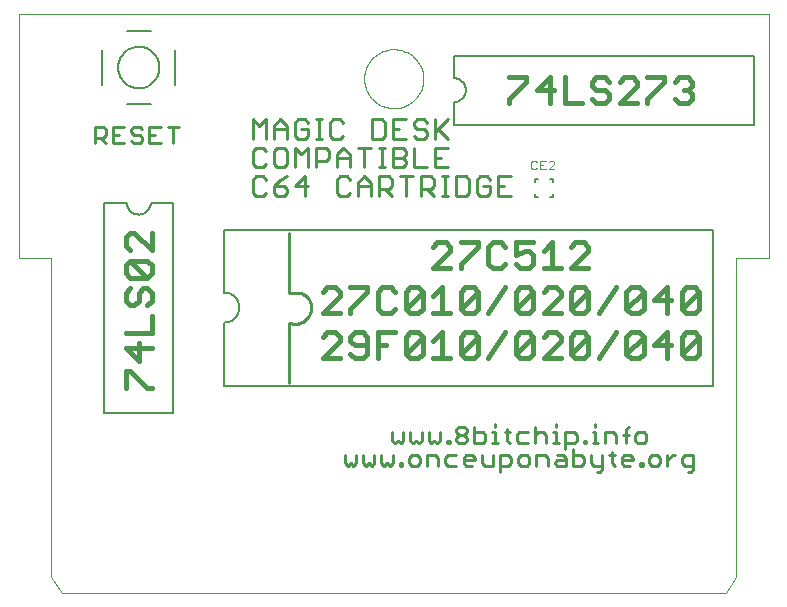
<source format=gto>
G75*
G70*
%OFA0B0*%
%FSLAX24Y24*%
%IPPOS*%
%LPD*%
%AMOC8*
5,1,8,0,0,1.08239X$1,22.5*
%
%ADD10C,0.0100*%
%ADD11C,0.0150*%
%ADD12C,0.0110*%
%ADD13C,0.0000*%
%ADD14C,0.0060*%
%ADD15C,0.0080*%
%ADD16C,0.0040*%
D10*
X009500Y007500D02*
X009500Y009500D01*
X009541Y009484D01*
X009584Y009472D01*
X009627Y009464D01*
X009672Y009459D01*
X009716Y009458D01*
X009760Y009461D01*
X009804Y009467D01*
X009848Y009476D01*
X009890Y009489D01*
X009931Y009506D01*
X009971Y009526D01*
X010009Y009549D01*
X010045Y009575D01*
X010078Y009604D01*
X010109Y009636D01*
X010138Y009670D01*
X010163Y009706D01*
X010186Y009744D01*
X010205Y009784D01*
X010221Y009826D01*
X010234Y009868D01*
X010243Y009912D01*
X010248Y009956D01*
X010250Y010000D01*
X010248Y010044D01*
X010242Y010087D01*
X010233Y010129D01*
X010220Y010171D01*
X010203Y010211D01*
X010183Y010250D01*
X010160Y010287D01*
X010133Y010321D01*
X010104Y010354D01*
X010071Y010383D01*
X010037Y010410D01*
X010000Y010433D01*
X009961Y010453D01*
X009921Y010470D01*
X009879Y010483D01*
X009837Y010492D01*
X009794Y010498D01*
X009750Y010500D01*
X009500Y010500D01*
X009500Y012500D01*
X005648Y015470D02*
X005648Y016030D01*
X005462Y016030D02*
X005835Y016030D01*
X005228Y016030D02*
X004854Y016030D01*
X004854Y015470D01*
X005228Y015470D01*
X005041Y015750D02*
X004854Y015750D01*
X004620Y015657D02*
X004620Y015563D01*
X004526Y015470D01*
X004340Y015470D01*
X004246Y015563D01*
X004340Y015750D02*
X004526Y015750D01*
X004620Y015657D01*
X004620Y015937D02*
X004526Y016030D01*
X004340Y016030D01*
X004246Y015937D01*
X004246Y015844D01*
X004340Y015750D01*
X004012Y016030D02*
X003638Y016030D01*
X003638Y015470D01*
X004012Y015470D01*
X003825Y015750D02*
X003638Y015750D01*
X003404Y015750D02*
X003404Y015937D01*
X003311Y016030D01*
X003031Y016030D01*
X003031Y015470D01*
X003031Y015657D02*
X003311Y015657D01*
X003404Y015750D01*
X003218Y015657D02*
X003404Y015470D01*
X015072Y005937D02*
X015165Y006030D01*
X015352Y006030D01*
X015445Y005937D01*
X015445Y005844D01*
X015352Y005750D01*
X015165Y005750D01*
X015072Y005844D01*
X015072Y005937D01*
X015165Y005750D02*
X015072Y005657D01*
X015072Y005563D01*
X015165Y005470D01*
X015352Y005470D01*
X015445Y005563D01*
X015445Y005657D01*
X015352Y005750D01*
X014861Y005563D02*
X014861Y005470D01*
X014768Y005470D01*
X014768Y005563D01*
X014861Y005563D01*
X014534Y005563D02*
X014534Y005844D01*
X014160Y005844D02*
X014160Y005563D01*
X014254Y005470D01*
X014347Y005563D01*
X014440Y005470D01*
X014534Y005563D01*
X014390Y005094D02*
X014109Y005094D01*
X014109Y004720D01*
X013875Y004813D02*
X013875Y005000D01*
X013782Y005094D01*
X013595Y005094D01*
X013502Y005000D01*
X013502Y004813D01*
X013595Y004720D01*
X013782Y004720D01*
X013875Y004813D01*
X014390Y005094D02*
X014483Y005000D01*
X014483Y004720D01*
X014717Y004813D02*
X014811Y004720D01*
X015091Y004720D01*
X015325Y004813D02*
X015325Y005000D01*
X015418Y005094D01*
X015605Y005094D01*
X015699Y005000D01*
X015699Y004907D01*
X015325Y004907D01*
X015325Y004813D02*
X015418Y004720D01*
X015605Y004720D01*
X015933Y004813D02*
X015933Y005094D01*
X015933Y004813D02*
X016026Y004720D01*
X016306Y004720D01*
X016306Y005094D01*
X016540Y005094D02*
X016821Y005094D01*
X016914Y005000D01*
X016914Y004813D01*
X016821Y004720D01*
X016540Y004720D01*
X016540Y004533D02*
X016540Y005094D01*
X016474Y005470D02*
X016287Y005470D01*
X016381Y005470D02*
X016381Y005844D01*
X016287Y005844D01*
X016381Y006030D02*
X016381Y006124D01*
X016053Y005750D02*
X015960Y005844D01*
X015679Y005844D01*
X015679Y006030D02*
X015679Y005470D01*
X015960Y005470D01*
X016053Y005563D01*
X016053Y005750D01*
X016692Y005844D02*
X016879Y005844D01*
X016786Y005937D02*
X016786Y005563D01*
X016879Y005470D01*
X017097Y005563D02*
X017097Y005750D01*
X017191Y005844D01*
X017471Y005844D01*
X017705Y005750D02*
X017799Y005844D01*
X017985Y005844D01*
X018079Y005750D01*
X018079Y005470D01*
X018313Y005470D02*
X018500Y005470D01*
X018406Y005470D02*
X018406Y005844D01*
X018313Y005844D01*
X018406Y006030D02*
X018406Y006124D01*
X018718Y005844D02*
X018998Y005844D01*
X019092Y005750D01*
X019092Y005563D01*
X018998Y005470D01*
X018718Y005470D01*
X018718Y005283D02*
X018718Y005844D01*
X019326Y005563D02*
X019419Y005563D01*
X019419Y005470D01*
X019326Y005470D01*
X019326Y005563D01*
X019630Y005470D02*
X019816Y005470D01*
X019723Y005470D02*
X019723Y005844D01*
X019630Y005844D01*
X019723Y006030D02*
X019723Y006124D01*
X020035Y005844D02*
X020315Y005844D01*
X020408Y005750D01*
X020408Y005470D01*
X020280Y005187D02*
X020280Y004813D01*
X020373Y004720D01*
X020592Y004813D02*
X020592Y005000D01*
X020685Y005094D01*
X020872Y005094D01*
X020965Y005000D01*
X020965Y004907D01*
X020592Y004907D01*
X020592Y004813D02*
X020685Y004720D01*
X020872Y004720D01*
X021200Y004720D02*
X021200Y004813D01*
X021293Y004813D01*
X021293Y004720D01*
X021200Y004720D01*
X021503Y004813D02*
X021597Y004720D01*
X021784Y004720D01*
X021877Y004813D01*
X021877Y005000D01*
X021784Y005094D01*
X021597Y005094D01*
X021503Y005000D01*
X021503Y004813D01*
X022111Y004720D02*
X022111Y005094D01*
X022111Y004907D02*
X022298Y005094D01*
X022391Y005094D01*
X022618Y005000D02*
X022618Y004813D01*
X022711Y004720D01*
X022991Y004720D01*
X022991Y004627D02*
X022991Y005094D01*
X022711Y005094D01*
X022618Y005000D01*
X022991Y004627D02*
X022898Y004533D01*
X022804Y004533D01*
X021421Y005563D02*
X021421Y005750D01*
X021328Y005844D01*
X021141Y005844D01*
X021048Y005750D01*
X021048Y005563D01*
X021141Y005470D01*
X021328Y005470D01*
X021421Y005563D01*
X020829Y005750D02*
X020642Y005750D01*
X020736Y005937D02*
X020736Y005470D01*
X020736Y005937D02*
X020829Y006030D01*
X020035Y005844D02*
X020035Y005470D01*
X019953Y005094D02*
X019953Y004627D01*
X019859Y004533D01*
X019766Y004533D01*
X019672Y004720D02*
X019953Y004720D01*
X019672Y004720D02*
X019579Y004813D01*
X019579Y005094D01*
X019345Y005000D02*
X019345Y004813D01*
X019251Y004720D01*
X018971Y004720D01*
X018971Y005280D01*
X018971Y005094D02*
X019251Y005094D01*
X019345Y005000D01*
X018737Y005000D02*
X018737Y004720D01*
X018457Y004720D01*
X018364Y004813D01*
X018457Y004907D01*
X018737Y004907D01*
X018737Y005000D02*
X018644Y005094D01*
X018457Y005094D01*
X018129Y005000D02*
X018129Y004720D01*
X017756Y004720D02*
X017756Y005094D01*
X018036Y005094D01*
X018129Y005000D01*
X017522Y005000D02*
X017522Y004813D01*
X017428Y004720D01*
X017241Y004720D01*
X017148Y004813D01*
X017148Y005000D01*
X017241Y005094D01*
X017428Y005094D01*
X017522Y005000D01*
X017471Y005470D02*
X017191Y005470D01*
X017097Y005563D01*
X017705Y005470D02*
X017705Y006030D01*
X020187Y005094D02*
X020373Y005094D01*
X015091Y005094D02*
X014811Y005094D01*
X014717Y005000D01*
X014717Y004813D01*
X013926Y005563D02*
X013926Y005844D01*
X013926Y005563D02*
X013833Y005470D01*
X013739Y005563D01*
X013646Y005470D01*
X013552Y005563D01*
X013552Y005844D01*
X013318Y005844D02*
X013318Y005563D01*
X013225Y005470D01*
X013132Y005563D01*
X013038Y005470D01*
X012945Y005563D01*
X012945Y005844D01*
X012964Y005094D02*
X012964Y004813D01*
X012870Y004720D01*
X012777Y004813D01*
X012684Y004720D01*
X012590Y004813D01*
X012590Y005094D01*
X012356Y005094D02*
X012356Y004813D01*
X012263Y004720D01*
X012169Y004813D01*
X012076Y004720D01*
X011982Y004813D01*
X011982Y005094D01*
X011748Y005094D02*
X011748Y004813D01*
X011655Y004720D01*
X011562Y004813D01*
X011468Y004720D01*
X011375Y004813D01*
X011375Y005094D01*
X013198Y004813D02*
X013198Y004720D01*
X013291Y004720D01*
X013291Y004813D01*
X013198Y004813D01*
D11*
X013534Y008325D02*
X013392Y008467D01*
X013959Y009034D01*
X013959Y008467D01*
X013817Y008325D01*
X013534Y008325D01*
X013392Y008467D02*
X013392Y009034D01*
X013534Y009176D01*
X013817Y009176D01*
X013959Y009034D01*
X014313Y008892D02*
X014596Y009176D01*
X014596Y008325D01*
X014313Y008325D02*
X014880Y008325D01*
X015233Y008467D02*
X015801Y009034D01*
X015801Y008467D01*
X015659Y008325D01*
X015375Y008325D01*
X015233Y008467D01*
X015233Y009034D01*
X015375Y009176D01*
X015659Y009176D01*
X015801Y009034D01*
X016154Y008325D02*
X016721Y009176D01*
X017075Y009034D02*
X017217Y009176D01*
X017500Y009176D01*
X017642Y009034D01*
X017075Y008467D01*
X017217Y008325D01*
X017500Y008325D01*
X017642Y008467D01*
X017642Y009034D01*
X017996Y009034D02*
X018138Y009176D01*
X018421Y009176D01*
X018563Y009034D01*
X018563Y008892D01*
X017996Y008325D01*
X018563Y008325D01*
X018917Y008467D02*
X019484Y009034D01*
X019484Y008467D01*
X019342Y008325D01*
X019058Y008325D01*
X018917Y008467D01*
X018917Y009034D01*
X019058Y009176D01*
X019342Y009176D01*
X019484Y009034D01*
X019837Y008325D02*
X020405Y009176D01*
X020758Y009034D02*
X020900Y009176D01*
X021184Y009176D01*
X021325Y009034D01*
X020758Y008467D01*
X020900Y008325D01*
X021184Y008325D01*
X021325Y008467D01*
X021325Y009034D01*
X021679Y008750D02*
X022246Y008750D01*
X022104Y008325D02*
X022104Y009176D01*
X021679Y008750D01*
X020758Y008467D02*
X020758Y009034D01*
X020900Y009825D02*
X020758Y009967D01*
X021325Y010534D01*
X021325Y009967D01*
X021184Y009825D01*
X020900Y009825D01*
X020758Y009967D02*
X020758Y010534D01*
X020900Y010676D01*
X021184Y010676D01*
X021325Y010534D01*
X021679Y010250D02*
X022246Y010250D01*
X022104Y009825D02*
X022104Y010676D01*
X021679Y010250D01*
X022600Y009967D02*
X022741Y009825D01*
X023025Y009825D01*
X023167Y009967D01*
X023167Y010534D01*
X022600Y009967D01*
X022600Y010534D01*
X022741Y010676D01*
X023025Y010676D01*
X023167Y010534D01*
X023025Y009176D02*
X022741Y009176D01*
X022600Y009034D01*
X022600Y008467D01*
X023167Y009034D01*
X023167Y008467D01*
X023025Y008325D01*
X022741Y008325D01*
X022600Y008467D01*
X023167Y009034D02*
X023025Y009176D01*
X020405Y010676D02*
X019837Y009825D01*
X019484Y009967D02*
X019342Y009825D01*
X019058Y009825D01*
X018917Y009967D01*
X019484Y010534D01*
X019484Y009967D01*
X019484Y010534D02*
X019342Y010676D01*
X019058Y010676D01*
X018917Y010534D01*
X018917Y009967D01*
X018563Y009825D02*
X017996Y009825D01*
X018563Y010392D01*
X018563Y010534D01*
X018421Y010676D01*
X018138Y010676D01*
X017996Y010534D01*
X017642Y010534D02*
X017642Y009967D01*
X017500Y009825D01*
X017217Y009825D01*
X017075Y009967D01*
X017642Y010534D01*
X017500Y010676D01*
X017217Y010676D01*
X017075Y010534D01*
X017075Y009967D01*
X016721Y010676D02*
X016154Y009825D01*
X015801Y009967D02*
X015659Y009825D01*
X015375Y009825D01*
X015233Y009967D01*
X015801Y010534D01*
X015801Y009967D01*
X015801Y010534D02*
X015659Y010676D01*
X015375Y010676D01*
X015233Y010534D01*
X015233Y009967D01*
X014880Y009825D02*
X014313Y009825D01*
X013959Y009967D02*
X013817Y009825D01*
X013534Y009825D01*
X013392Y009967D01*
X013959Y010534D01*
X013959Y009967D01*
X014313Y010392D02*
X014596Y010676D01*
X014596Y009825D01*
X013959Y010534D02*
X013817Y010676D01*
X013534Y010676D01*
X013392Y010534D01*
X013392Y009967D01*
X013038Y009967D02*
X012896Y009825D01*
X012613Y009825D01*
X012471Y009967D01*
X012471Y010534D01*
X012613Y010676D01*
X012896Y010676D01*
X013038Y010534D01*
X012117Y010534D02*
X011550Y009967D01*
X011550Y009825D01*
X011197Y009825D02*
X010629Y009825D01*
X011197Y010392D01*
X011197Y010534D01*
X011055Y010676D01*
X010771Y010676D01*
X010629Y010534D01*
X011550Y010676D02*
X012117Y010676D01*
X012117Y010534D01*
X011976Y009176D02*
X011692Y009176D01*
X011550Y009034D01*
X011550Y008892D01*
X011692Y008750D01*
X012117Y008750D01*
X012117Y008467D02*
X012117Y009034D01*
X011976Y009176D01*
X012471Y009176D02*
X013038Y009176D01*
X012471Y009176D02*
X012471Y008325D01*
X012117Y008467D02*
X011976Y008325D01*
X011692Y008325D01*
X011550Y008467D01*
X011197Y008325D02*
X010629Y008325D01*
X011197Y008892D01*
X011197Y009034D01*
X011055Y009176D01*
X010771Y009176D01*
X010629Y009034D01*
X012471Y008750D02*
X012755Y008750D01*
X014313Y011325D02*
X014880Y011892D01*
X014880Y012034D01*
X014738Y012176D01*
X014454Y012176D01*
X014313Y012034D01*
X014313Y011325D02*
X014880Y011325D01*
X015233Y011325D02*
X015233Y011467D01*
X015801Y012034D01*
X015801Y012176D01*
X015233Y012176D01*
X016154Y012034D02*
X016154Y011467D01*
X016296Y011325D01*
X016580Y011325D01*
X016721Y011467D01*
X017075Y011467D02*
X017217Y011325D01*
X017500Y011325D01*
X017642Y011467D01*
X017642Y011750D01*
X017500Y011892D01*
X017359Y011892D01*
X017075Y011750D01*
X017075Y012176D01*
X017642Y012176D01*
X017996Y011892D02*
X018279Y012176D01*
X018279Y011325D01*
X017996Y011325D02*
X018563Y011325D01*
X018917Y011325D02*
X019484Y011892D01*
X019484Y012034D01*
X019342Y012176D01*
X019058Y012176D01*
X018917Y012034D01*
X018917Y011325D02*
X019484Y011325D01*
X016721Y012034D02*
X016580Y012176D01*
X016296Y012176D01*
X016154Y012034D01*
X017075Y009034D02*
X017075Y008467D01*
X016852Y016825D02*
X016852Y016967D01*
X017419Y017534D01*
X017419Y017676D01*
X016852Y017676D01*
X017773Y017250D02*
X018340Y017250D01*
X018198Y016825D02*
X018198Y017676D01*
X017773Y017250D01*
X018694Y016825D02*
X019261Y016825D01*
X019615Y016967D02*
X019756Y016825D01*
X020040Y016825D01*
X020182Y016967D01*
X020182Y017109D01*
X020040Y017250D01*
X019756Y017250D01*
X019615Y017392D01*
X019615Y017534D01*
X019756Y017676D01*
X020040Y017676D01*
X020182Y017534D01*
X020535Y017534D02*
X020677Y017676D01*
X020961Y017676D01*
X021103Y017534D01*
X021103Y017392D01*
X020535Y016825D01*
X021103Y016825D01*
X021456Y016825D02*
X021456Y016967D01*
X022023Y017534D01*
X022023Y017676D01*
X021456Y017676D01*
X022377Y017534D02*
X022519Y017676D01*
X022802Y017676D01*
X022944Y017534D01*
X022944Y017392D01*
X022802Y017250D01*
X022944Y017109D01*
X022944Y016967D01*
X022802Y016825D01*
X022519Y016825D01*
X022377Y016967D01*
X022661Y017250D02*
X022802Y017250D01*
X018694Y016825D02*
X018694Y017676D01*
X004925Y012484D02*
X004925Y011917D01*
X004358Y012484D01*
X004216Y012484D01*
X004074Y012342D01*
X004074Y012058D01*
X004216Y011917D01*
X004216Y011563D02*
X004783Y010996D01*
X004925Y011138D01*
X004925Y011421D01*
X004783Y011563D01*
X004216Y011563D01*
X004074Y011421D01*
X004074Y011138D01*
X004216Y010996D01*
X004783Y010996D01*
X004783Y010642D02*
X004925Y010500D01*
X004925Y010217D01*
X004783Y010075D01*
X004500Y010217D02*
X004500Y010500D01*
X004641Y010642D01*
X004783Y010642D01*
X004500Y010217D02*
X004358Y010075D01*
X004216Y010075D01*
X004074Y010217D01*
X004074Y010500D01*
X004216Y010642D01*
X004925Y009721D02*
X004925Y009154D01*
X004074Y009154D01*
X004500Y008801D02*
X004500Y008233D01*
X004074Y008659D01*
X004925Y008659D01*
X004216Y007880D02*
X004074Y007880D01*
X004074Y007313D01*
X004216Y007880D02*
X004783Y007313D01*
X004925Y007313D01*
D12*
X008413Y013725D02*
X008630Y013725D01*
X008739Y013833D01*
X009005Y013833D02*
X009005Y014050D01*
X009330Y014050D01*
X009439Y013942D01*
X009439Y013833D01*
X009330Y013725D01*
X009113Y013725D01*
X009005Y013833D01*
X009005Y014050D02*
X009222Y014267D01*
X009439Y014376D01*
X009330Y014675D02*
X009113Y014675D01*
X009005Y014783D01*
X009005Y015217D01*
X009113Y015326D01*
X009330Y015326D01*
X009439Y015217D01*
X009439Y014783D01*
X009330Y014675D01*
X009705Y014675D02*
X009705Y015326D01*
X009921Y015109D01*
X010138Y015326D01*
X010138Y014675D01*
X010404Y014675D02*
X010404Y015326D01*
X010730Y015326D01*
X010838Y015217D01*
X010838Y015000D01*
X010730Y014892D01*
X010404Y014892D01*
X010030Y014376D02*
X009705Y014050D01*
X010138Y014050D01*
X010030Y013725D02*
X010030Y014376D01*
X011104Y014267D02*
X011104Y013833D01*
X011213Y013725D01*
X011429Y013725D01*
X011538Y013833D01*
X011804Y013725D02*
X011804Y014159D01*
X012021Y014376D01*
X012238Y014159D01*
X012238Y013725D01*
X012504Y013725D02*
X012504Y014376D01*
X012829Y014376D01*
X012937Y014267D01*
X012937Y014050D01*
X012829Y013942D01*
X012504Y013942D01*
X012721Y013942D02*
X012937Y013725D01*
X013420Y013725D02*
X013420Y014376D01*
X013204Y014376D02*
X013637Y014376D01*
X013903Y014376D02*
X014229Y014376D01*
X014337Y014267D01*
X014337Y014050D01*
X014229Y013942D01*
X013903Y013942D01*
X013903Y013725D02*
X013903Y014376D01*
X014104Y014675D02*
X013670Y014675D01*
X013670Y015326D01*
X013404Y015217D02*
X013404Y015109D01*
X013296Y015000D01*
X012970Y015000D01*
X013296Y015000D02*
X013404Y014892D01*
X013404Y014783D01*
X013296Y014675D01*
X012970Y014675D01*
X012970Y015326D01*
X013296Y015326D01*
X013404Y015217D01*
X013404Y015625D02*
X012970Y015625D01*
X012970Y016276D01*
X013404Y016276D01*
X013670Y016167D02*
X013670Y016059D01*
X013779Y015950D01*
X013995Y015950D01*
X014104Y015842D01*
X014104Y015733D01*
X013995Y015625D01*
X013779Y015625D01*
X013670Y015733D01*
X013670Y016167D02*
X013779Y016276D01*
X013995Y016276D01*
X014104Y016167D01*
X014370Y016276D02*
X014370Y015625D01*
X014370Y015842D02*
X014804Y016276D01*
X014478Y015950D02*
X014804Y015625D01*
X014804Y015326D02*
X014370Y015326D01*
X014370Y014675D01*
X014804Y014675D01*
X014820Y014376D02*
X014603Y014376D01*
X014712Y014376D02*
X014712Y013725D01*
X014820Y013725D02*
X014603Y013725D01*
X014337Y013725D02*
X014120Y013942D01*
X015070Y013725D02*
X015395Y013725D01*
X015503Y013833D01*
X015503Y014267D01*
X015395Y014376D01*
X015070Y014376D01*
X015070Y013725D01*
X015770Y013833D02*
X015878Y013725D01*
X016095Y013725D01*
X016203Y013833D01*
X016203Y014050D01*
X015986Y014050D01*
X015770Y014267D02*
X015770Y013833D01*
X015770Y014267D02*
X015878Y014376D01*
X016095Y014376D01*
X016203Y014267D01*
X016469Y014376D02*
X016469Y013725D01*
X016903Y013725D01*
X016686Y014050D02*
X016469Y014050D01*
X016469Y014376D02*
X016903Y014376D01*
X014587Y015000D02*
X014370Y015000D01*
X013187Y015950D02*
X012970Y015950D01*
X012704Y015733D02*
X012704Y016167D01*
X012596Y016276D01*
X012271Y016276D01*
X012271Y015625D01*
X012596Y015625D01*
X012704Y015733D01*
X012721Y015326D02*
X012504Y015326D01*
X012612Y015326D02*
X012612Y014675D01*
X012504Y014675D02*
X012721Y014675D01*
X012021Y014675D02*
X012021Y015326D01*
X011804Y015326D02*
X012238Y015326D01*
X011538Y015109D02*
X011538Y014675D01*
X011429Y014376D02*
X011213Y014376D01*
X011104Y014267D01*
X011429Y014376D02*
X011538Y014267D01*
X011804Y014050D02*
X012238Y014050D01*
X011104Y014675D02*
X011104Y015109D01*
X011321Y015326D01*
X011538Y015109D01*
X011538Y015000D02*
X011104Y015000D01*
X011196Y015625D02*
X010979Y015625D01*
X010871Y015733D01*
X010871Y016167D01*
X010979Y016276D01*
X011196Y016276D01*
X011305Y016167D01*
X011305Y015733D02*
X011196Y015625D01*
X010621Y015625D02*
X010404Y015625D01*
X010513Y015625D02*
X010513Y016276D01*
X010621Y016276D02*
X010404Y016276D01*
X010138Y016167D02*
X010030Y016276D01*
X009813Y016276D01*
X009705Y016167D01*
X009705Y015733D01*
X009813Y015625D01*
X010030Y015625D01*
X010138Y015733D01*
X010138Y015950D01*
X009921Y015950D01*
X009439Y015950D02*
X009005Y015950D01*
X009005Y016059D02*
X009222Y016276D01*
X009439Y016059D01*
X009439Y015625D01*
X009005Y015625D02*
X009005Y016059D01*
X008739Y016276D02*
X008739Y015625D01*
X008630Y015326D02*
X008413Y015326D01*
X008305Y015217D01*
X008305Y014783D01*
X008413Y014675D01*
X008630Y014675D01*
X008739Y014783D01*
X008630Y014376D02*
X008413Y014376D01*
X008305Y014267D01*
X008305Y013833D01*
X008413Y013725D01*
X008739Y014267D02*
X008630Y014376D01*
X008739Y015217D02*
X008630Y015326D01*
X008305Y015625D02*
X008305Y016276D01*
X008522Y016059D01*
X008739Y016276D01*
D13*
X001583Y001012D02*
X001937Y000500D01*
X024063Y000500D01*
X024417Y001012D01*
X024417Y011646D01*
X025500Y011646D01*
X025500Y019791D01*
X000500Y019791D01*
X000500Y011646D01*
X001583Y011646D01*
X001583Y001012D01*
X012016Y017626D02*
X012018Y017688D01*
X012024Y017751D01*
X012034Y017812D01*
X012048Y017873D01*
X012065Y017933D01*
X012086Y017992D01*
X012112Y018049D01*
X012140Y018104D01*
X012172Y018158D01*
X012208Y018209D01*
X012246Y018259D01*
X012288Y018305D01*
X012332Y018349D01*
X012380Y018390D01*
X012429Y018428D01*
X012481Y018462D01*
X012535Y018493D01*
X012591Y018521D01*
X012649Y018545D01*
X012708Y018566D01*
X012768Y018582D01*
X012829Y018595D01*
X012891Y018604D01*
X012953Y018609D01*
X013016Y018610D01*
X013078Y018607D01*
X013140Y018600D01*
X013202Y018589D01*
X013262Y018574D01*
X013322Y018556D01*
X013380Y018534D01*
X013437Y018508D01*
X013492Y018478D01*
X013545Y018445D01*
X013596Y018409D01*
X013644Y018370D01*
X013690Y018327D01*
X013733Y018282D01*
X013773Y018234D01*
X013810Y018184D01*
X013844Y018131D01*
X013875Y018077D01*
X013901Y018021D01*
X013925Y017963D01*
X013944Y017903D01*
X013960Y017843D01*
X013972Y017781D01*
X013980Y017720D01*
X013984Y017657D01*
X013984Y017595D01*
X013980Y017532D01*
X013972Y017471D01*
X013960Y017409D01*
X013944Y017349D01*
X013925Y017289D01*
X013901Y017231D01*
X013875Y017175D01*
X013844Y017121D01*
X013810Y017068D01*
X013773Y017018D01*
X013733Y016970D01*
X013690Y016925D01*
X013644Y016882D01*
X013596Y016843D01*
X013545Y016807D01*
X013492Y016774D01*
X013437Y016744D01*
X013380Y016718D01*
X013322Y016696D01*
X013262Y016678D01*
X013202Y016663D01*
X013140Y016652D01*
X013078Y016645D01*
X013016Y016642D01*
X012953Y016643D01*
X012891Y016648D01*
X012829Y016657D01*
X012768Y016670D01*
X012708Y016686D01*
X012649Y016707D01*
X012591Y016731D01*
X012535Y016759D01*
X012481Y016790D01*
X012429Y016824D01*
X012380Y016862D01*
X012332Y016903D01*
X012288Y016947D01*
X012246Y016993D01*
X012208Y017043D01*
X012172Y017094D01*
X012140Y017148D01*
X012112Y017203D01*
X012086Y017260D01*
X012065Y017319D01*
X012048Y017379D01*
X012034Y017440D01*
X012024Y017501D01*
X012018Y017564D01*
X012016Y017626D01*
D14*
X015000Y017650D02*
X015000Y018400D01*
X025000Y018400D01*
X025000Y016100D01*
X015000Y016100D01*
X015000Y016850D01*
X015039Y016852D01*
X015078Y016858D01*
X015116Y016867D01*
X015153Y016880D01*
X015189Y016897D01*
X015222Y016917D01*
X015254Y016941D01*
X015283Y016967D01*
X015309Y016996D01*
X015333Y017028D01*
X015353Y017061D01*
X015370Y017097D01*
X015383Y017134D01*
X015392Y017172D01*
X015398Y017211D01*
X015400Y017250D01*
X015398Y017289D01*
X015392Y017328D01*
X015383Y017366D01*
X015370Y017403D01*
X015353Y017439D01*
X015333Y017472D01*
X015309Y017504D01*
X015283Y017533D01*
X015254Y017559D01*
X015222Y017583D01*
X015189Y017603D01*
X015153Y017620D01*
X015116Y017633D01*
X015078Y017642D01*
X015039Y017648D01*
X015000Y017650D01*
X017700Y014300D02*
X017700Y014200D01*
X017700Y014300D02*
X017800Y014300D01*
X018200Y014300D02*
X018300Y014300D01*
X018300Y014200D01*
X018300Y013800D02*
X018300Y013700D01*
X018200Y013700D01*
X017800Y013700D02*
X017700Y013700D01*
X017700Y013800D01*
X023650Y012600D02*
X007350Y012600D01*
X007350Y010500D01*
X007394Y010498D01*
X007437Y010492D01*
X007479Y010483D01*
X007521Y010470D01*
X007561Y010453D01*
X007600Y010433D01*
X007637Y010410D01*
X007671Y010383D01*
X007704Y010354D01*
X007733Y010321D01*
X007760Y010287D01*
X007783Y010250D01*
X007803Y010211D01*
X007820Y010171D01*
X007833Y010129D01*
X007842Y010087D01*
X007848Y010044D01*
X007850Y010000D01*
X007848Y009956D01*
X007842Y009913D01*
X007833Y009871D01*
X007820Y009829D01*
X007803Y009789D01*
X007783Y009750D01*
X007760Y009713D01*
X007733Y009679D01*
X007704Y009646D01*
X007671Y009617D01*
X007637Y009590D01*
X007600Y009567D01*
X007561Y009547D01*
X007521Y009530D01*
X007479Y009517D01*
X007437Y009508D01*
X007394Y009502D01*
X007350Y009500D01*
X007350Y007400D01*
X023650Y007400D01*
X023650Y012600D01*
X005650Y013500D02*
X005650Y006500D01*
X003350Y006500D01*
X003350Y013500D01*
X004100Y013500D01*
X004102Y013461D01*
X004108Y013422D01*
X004117Y013384D01*
X004130Y013347D01*
X004147Y013311D01*
X004167Y013278D01*
X004191Y013246D01*
X004217Y013217D01*
X004246Y013191D01*
X004278Y013167D01*
X004311Y013147D01*
X004347Y013130D01*
X004384Y013117D01*
X004422Y013108D01*
X004461Y013102D01*
X004500Y013100D01*
X004539Y013102D01*
X004578Y013108D01*
X004616Y013117D01*
X004653Y013130D01*
X004689Y013147D01*
X004722Y013167D01*
X004754Y013191D01*
X004783Y013217D01*
X004809Y013246D01*
X004833Y013278D01*
X004853Y013311D01*
X004870Y013347D01*
X004883Y013384D01*
X004892Y013422D01*
X004898Y013461D01*
X004900Y013500D01*
X005650Y013500D01*
D15*
X004894Y016780D02*
X004106Y016780D01*
X003280Y017409D02*
X003280Y018591D01*
X004106Y019220D02*
X004894Y019220D01*
X005720Y018591D02*
X005720Y017409D01*
X003811Y018000D02*
X003813Y018052D01*
X003819Y018104D01*
X003829Y018155D01*
X003842Y018205D01*
X003860Y018255D01*
X003881Y018302D01*
X003905Y018348D01*
X003934Y018392D01*
X003965Y018434D01*
X003999Y018473D01*
X004036Y018510D01*
X004076Y018543D01*
X004119Y018574D01*
X004163Y018601D01*
X004209Y018625D01*
X004258Y018645D01*
X004307Y018661D01*
X004358Y018674D01*
X004409Y018683D01*
X004461Y018688D01*
X004513Y018689D01*
X004565Y018686D01*
X004617Y018679D01*
X004668Y018668D01*
X004718Y018654D01*
X004767Y018635D01*
X004814Y018613D01*
X004859Y018588D01*
X004903Y018559D01*
X004944Y018527D01*
X004983Y018492D01*
X005018Y018454D01*
X005051Y018413D01*
X005081Y018371D01*
X005107Y018326D01*
X005130Y018279D01*
X005149Y018230D01*
X005165Y018180D01*
X005177Y018130D01*
X005185Y018078D01*
X005189Y018026D01*
X005189Y017974D01*
X005185Y017922D01*
X005177Y017870D01*
X005165Y017820D01*
X005149Y017770D01*
X005130Y017721D01*
X005107Y017674D01*
X005081Y017629D01*
X005051Y017587D01*
X005018Y017546D01*
X004983Y017508D01*
X004944Y017473D01*
X004903Y017441D01*
X004859Y017412D01*
X004814Y017387D01*
X004767Y017365D01*
X004718Y017346D01*
X004668Y017332D01*
X004617Y017321D01*
X004565Y017314D01*
X004513Y017311D01*
X004461Y017312D01*
X004409Y017317D01*
X004358Y017326D01*
X004307Y017339D01*
X004258Y017355D01*
X004209Y017375D01*
X004163Y017399D01*
X004119Y017426D01*
X004076Y017457D01*
X004036Y017490D01*
X003999Y017527D01*
X003965Y017566D01*
X003934Y017608D01*
X003905Y017652D01*
X003881Y017698D01*
X003860Y017745D01*
X003842Y017795D01*
X003829Y017845D01*
X003819Y017896D01*
X003813Y017948D01*
X003811Y018000D01*
D16*
X017578Y014844D02*
X017578Y014657D01*
X017625Y014610D01*
X017718Y014610D01*
X017765Y014657D01*
X017873Y014610D02*
X018060Y014610D01*
X018167Y014610D02*
X018354Y014797D01*
X018354Y014844D01*
X018307Y014890D01*
X018214Y014890D01*
X018167Y014844D01*
X018060Y014890D02*
X017873Y014890D01*
X017873Y014610D01*
X017873Y014750D02*
X017966Y014750D01*
X017765Y014844D02*
X017718Y014890D01*
X017625Y014890D01*
X017578Y014844D01*
X018167Y014610D02*
X018354Y014610D01*
M02*

</source>
